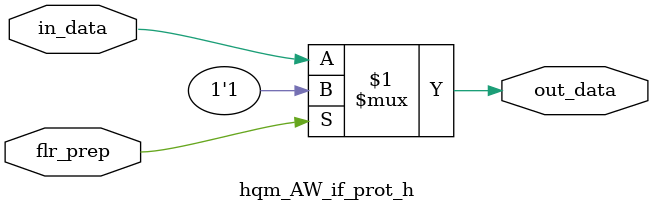
<source format=sv>
module hqm_AW_if_prot_h (

  input  logic                              flr_prep

, input  logic                              in_data
, output logic                              out_data
) ;

assign out_data = flr_prep ? '1 : in_data ;

endmodule

</source>
